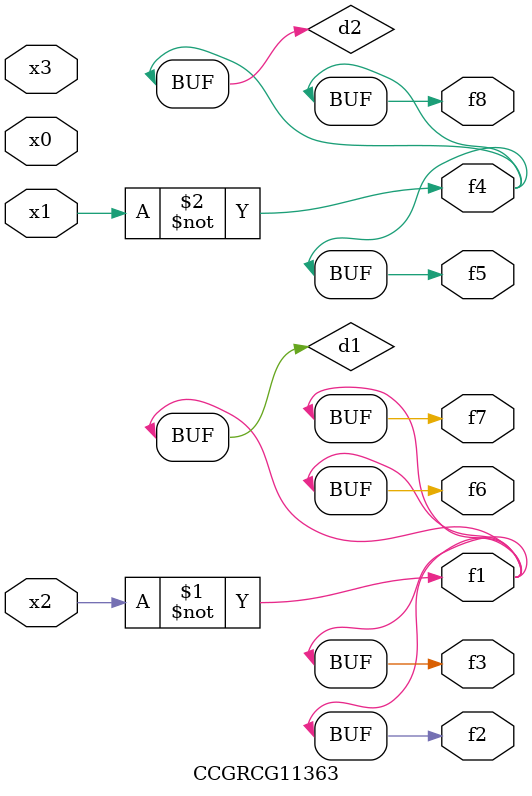
<source format=v>
module CCGRCG11363(
	input x0, x1, x2, x3,
	output f1, f2, f3, f4, f5, f6, f7, f8
);

	wire d1, d2;

	xnor (d1, x2);
	not (d2, x1);
	assign f1 = d1;
	assign f2 = d1;
	assign f3 = d1;
	assign f4 = d2;
	assign f5 = d2;
	assign f6 = d1;
	assign f7 = d1;
	assign f8 = d2;
endmodule

</source>
